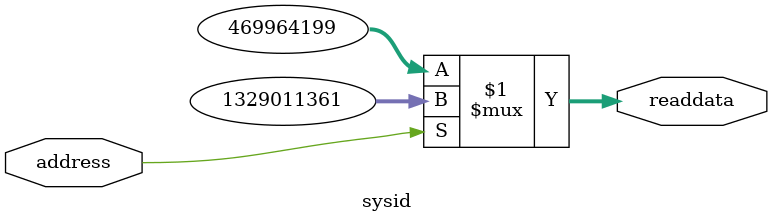
<source format=v>

`timescale 1ns / 1ps
// synthesis translate_on

// turn off superfluous verilog processor warnings 
// altera message_level Level1 
// altera message_off 10034 10035 10036 10037 10230 10240 10030 

module sysid (
               // inputs:
                address,

               // outputs:
                readdata
             )
;

  output  [ 31: 0] readdata;
  input            address;

  wire    [ 31: 0] readdata;
  //control_slave, which is an e_avalon_slave
  assign readdata = address ? 1329011361 : 469964199;

endmodule


</source>
